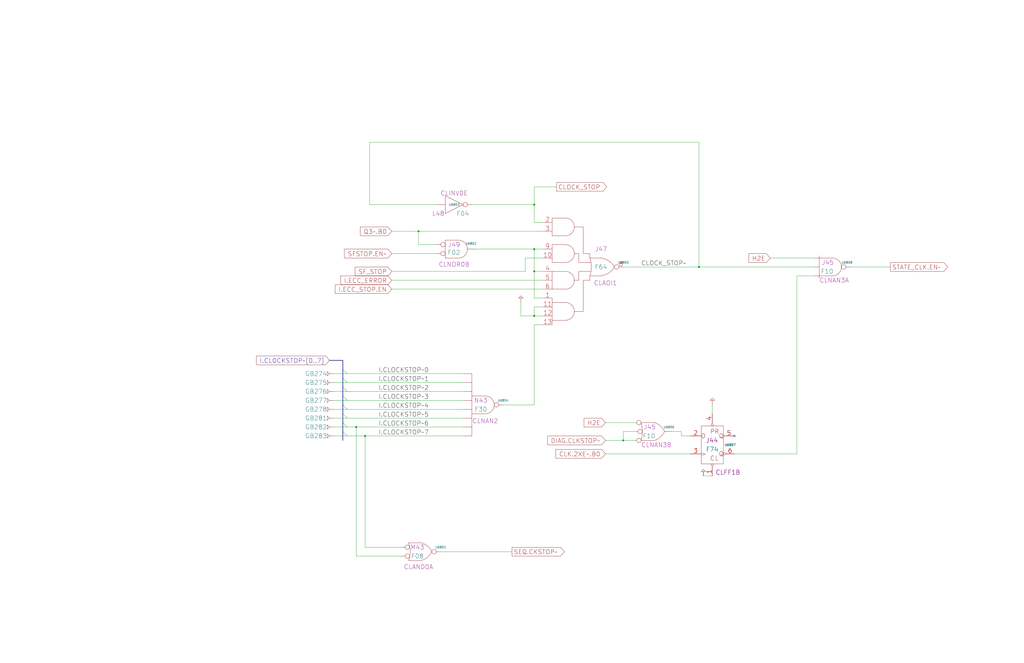
<source format=kicad_sch>
(kicad_sch (version 20250114) (generator "eeschema") (generator_version "9.0")
  (paper "User" 584.2 378.46)
  (title_block (title "CLOCKS\\nSTATE CLOCK ENABLE") (date "22-SEP-90") (rev "2.0") (comment 1 "IOC") (comment 2 "232-003061") (comment 3 "S400") (comment 4 "RELEASED"))
  (lib_symbols
    (symbol "r1000:F02" (pin_numbers (hide yes)) (pin_names (hide yes))
      (property "Reference" "U" (at 12.16 0.635 0))
      (property "Value" "F02" (at -1.27 -4.445 0))
      (property "Location" "___" (at 2.54 0 0))
      (property "Name" "______" (at 2.54 -12.7 0))
      (symbol "F02_0_1"
        (arc (start -3.81 2.54) (mid -2.9847 -2.54) (end -3.81 -7.62) (stroke (width 0.1524)))
        (polyline (pts (xy -5.08 0) (xy -3.175 0)) (stroke (width 0.1524)))
        (polyline (pts (xy -5.08 -5.08) (xy -3.175 -5.08)) (stroke (width 0.1524)))
        (polyline (pts (xy -3.81 2.54) (xy 2.54 2.54)) (stroke (width 0.1524)))
        (polyline (pts (xy -3.81 -7.62) (xy 2.54 -7.62)) (stroke (width 0.1524)))
        (arc (start 2.54 2.54) (mid 6.9477 0.8966) (end 10.16 -2.54) (stroke (width 0.1524)))
        (arc (start 10.16 -2.54) (mid 6.9515 -5.9823) (end 2.54 -7.62) (stroke (width 0.1524)))
        (circle (center 11.43 -2.54) (radius 1.27) (stroke (width 0.1524)))
        (polyline (pts (xy 13.97 -2.54) (xy 12.7 -2.54)) (stroke (width 0.1524)))
      )
      (symbol "F02_0_2"
        (circle (center -3.81 0) (radius 1.27) (stroke (width 0.1524)))
        (circle (center -3.81 -5.08) (radius 1.27) (stroke (width 0.1524)))
        (polyline (pts (xy -2.54 2.54) (xy -2.54 -7.62)) (stroke (width 0.1524)))
        (polyline (pts (xy -2.54 2.54) (xy 5.08 2.54)) (stroke (width 0.1524)))
        (polyline (pts (xy -2.54 -7.62) (xy 5.08 -7.62)) (stroke (width 0.1524)))
        (arc (start 5.08 2.54) (mid 10.1281 -2.54) (end 5.08 -7.62) (stroke (width 0.1524)))
        (polyline (pts (xy 11.43 -2.54) (xy 10.16 -2.54)) (stroke (width 0.1524)))
        (polyline (pts (xy 11.43 -2.54) (xy 12.7 -2.54)) (stroke (width 0.1524)))
      )
      (symbol "F02_1_1"
        (pin input line (at -7.62 0 0) (length 2.54) (name "D0") (number "1"))
        (pin input line (at -7.62 -5.08 0) (length 2.54) (name "D1") (number "2"))
        (pin output line (at 15.24 -2.54 180) (length 1.27) (name "Q") (number "3"))
      )
      (symbol "F02_1_2"
        (pin input line (at -7.62 0 0) (length 2.54) (name "D0") (number "1"))
        (pin input line (at -7.62 -5.08 0) (length 2.54) (name "D1") (number "2"))
        (pin output line (at 15.24 -2.54 180) (length 2.54) (name "Q") (number "3"))
      )
    )
    (symbol "r1000:F04" (pin_numbers (hide yes)) (pin_names (hide yes))
      (property "Reference" "U" (at 0 0 0))
      (property "Value" "F04" (at 1.27 -5.08 0))
      (property "Location" "___" (at -12.7 -5.08 0))
      (property "Name" "______" (at 0 5.08 0))
      (symbol "F04_0_1"
        (polyline (pts (xy -7.62 0) (xy -5.08 0)) (stroke (width 0.1524)))
        (polyline (pts (xy -5.08 5.08) (xy -5.08 -5.08)) (stroke (width 0.1524)))
        (polyline (pts (xy 5.08 0) (xy -5.08 5.08)) (stroke (width 0.1524)))
        (polyline (pts (xy 5.08 0) (xy -5.08 -5.08)) (stroke (width 0.1524)))
        (circle (center 6.35 0) (radius 1.27) (stroke (width 0.1524)))
      )
      (symbol "F04_1_1"
        (pin input line (at -10.16 0 0) (length 2.54) (name "D0") (number "1"))
        (pin output line (at 10.16 0 180) (length 2.54) (name "Q") (number "2"))
      )
    )
    (symbol "r1000:F08" (pin_numbers (hide yes)) (pin_names (hide yes))
      (property "Reference" "U" (at 15.24 0 0))
      (property "Value" "F08" (at 1.905 -5.08 0))
      (property "Location" "___" (at 1.905 0 0))
      (property "Name" "______" (at 2.54 -12.7 0))
      (symbol "F08_0_1"
        (polyline (pts (xy -2.54 2.54) (xy -2.54 -7.62)) (stroke (width 0.1524)))
        (polyline (pts (xy -2.54 2.54) (xy 5.08 2.54)) (stroke (width 0.1524)))
        (polyline (pts (xy -2.54 -7.62) (xy 5.08 -7.62)) (stroke (width 0.1524)))
        (arc (start 5.08 2.54) (mid 10.1281 -2.54) (end 5.08 -7.62) (stroke (width 0.1524)))
      )
      (symbol "F08_0_2"
        (arc (start -3.175 2.54) (mid -2.134 -2.54) (end -3.175 -7.62) (stroke (width 0.1524)))
        (circle (center -3.81 0) (radius 1.27) (stroke (width 0.1524)))
        (circle (center -3.81 -5.08) (radius 1.27) (stroke (width 0.1524)))
        (polyline (pts (xy -3.175 2.54) (xy 3.81 2.54)) (stroke (width 0.1524)))
        (polyline (pts (xy -3.175 -7.62) (xy 3.81 -7.62)) (stroke (width 0.1524)))
        (arc (start 3.81 2.54) (mid 7.5828 0.7472) (end 10.16 -2.54) (stroke (width 0.1524)))
        (arc (start 10.16 -2.54) (mid 7.5855 -5.8306) (end 3.81 -7.62) (stroke (width 0.1524)))
        (circle (center 11.43 -2.54) (radius 1.27) (stroke (width 0.1524)))
      )
      (symbol "F08_1_1"
        (pin input line (at -7.62 0 0) (length 5.08) (name "D0") (number "1"))
        (pin input line (at -7.62 -5.08 0) (length 5.08) (name "D1") (number "2"))
        (pin output line (at 15.24 -2.54 180) (length 5.08) (name "Q") (number "3"))
      )
      (symbol "F08_1_2"
        (pin input line (at -7.62 0 0) (length 2.54) (name "D0") (number "1"))
        (pin input line (at -7.62 -5.08 0) (length 2.54) (name "D1") (number "2"))
        (pin output line (at 15.24 -2.54 180) (length 2.54) (name "Q") (number "3"))
      )
    )
    (symbol "r1000:F10" (pin_numbers (hide yes)) (pin_names (hide yes))
      (property "Reference" "U" (at 13.335 0 0))
      (property "Value" "F10" (at 5.715 -5.08 0))
      (property "Location" "___" (at -1.27 0 0))
      (property "Name" "______" (at -2.54 -10.16 0))
      (symbol "F10_0_1"
        (polyline (pts (xy -2.54 3.81) (xy -2.54 -8.89)) (stroke (width 0.1524)))
        (polyline (pts (xy -2.54 2.54) (xy 5.08 2.54)) (stroke (width 0.1524)))
        (polyline (pts (xy -2.54 -7.62) (xy 5.08 -7.62)) (stroke (width 0.1524)))
        (arc (start 5.08 2.54) (mid 10.1281 -2.54) (end 5.08 -7.62) (stroke (width 0.1524)))
        (circle (center 11.43 -2.54) (radius 1.27) (stroke (width 0.1524)))
      )
      (symbol "F10_0_2"
        (arc (start -2.54 2.54) (mid -1.8195 -2.54) (end -2.54 -7.62) (stroke (width 0.1524)))
        (polyline (pts (xy -4.445 -2.54) (xy -5.08 -2.54)) (stroke (width 0.1524)))
        (circle (center -3.81 2.54) (radius 1.27) (stroke (width 0.1524)))
        (circle (center -3.81 -7.62) (radius 1.27) (stroke (width 0.1524)))
        (circle (center -3.175 -2.54) (radius 1.27) (stroke (width 0.1524)))
        (polyline (pts (xy -2.54 2.54) (xy 5.08 2.54)) (stroke (width 0.1524)))
        (polyline (pts (xy -2.54 -7.62) (xy 5.08 -7.62)) (stroke (width 0.1524)))
        (arc (start 5.08 2.54) (mid 8.4807 0.6111) (end 10.795 -2.54) (stroke (width 0.1524)))
        (arc (start 10.795 -2.54) (mid 8.4844 -5.6952) (end 5.08 -7.62) (stroke (width 0.1524)))
        (polyline (pts (xy 10.795 -2.54) (xy 12.7 -2.54)) (stroke (width 0.1524)))
      )
      (symbol "F10_1_1"
        (pin input line (at -5.08 2.54 0) (length 2.54) (name "D0") (number "1"))
        (pin input line (at -5.08 -2.54 0) (length 2.54) (name "D1") (number "2"))
        (pin input line (at -5.08 -7.62 0) (length 2.54) (name "D2") (number "3"))
        (pin output line (at 15.24 -2.54 180) (length 2.54) (name "Q") (number "4"))
      )
      (symbol "F10_1_2"
        (pin input line (at -5.08 2.54 0) (length 0) (name "D0") (number "1"))
        (pin input line (at -5.08 -2.54 0) (length 0) (name "D1") (number "2"))
        (pin input line (at -5.08 -7.62 0) (length 0) (name "D2") (number "3"))
        (pin output line (at 15.24 -2.54 180) (length 2.54) (name "Q") (number "4"))
      )
    )
    (symbol "r1000:F30" (pin_numbers (hide yes)) (pin_names (hide yes))
      (property "Reference" "U" (at 15.24 2.54 0))
      (property "Value" "F30" (at 2.54 -2.54 0))
      (property "Location" "___" (at 2.54 2.54 0))
      (property "Name" "______" (at 5.08 -10.62 0))
      (symbol "F30_0_0"
        (polyline (pts (xy -2.54 5.08) (xy 5.08 5.08)) (stroke (width 0.1524)))
        (polyline (pts (xy -2.54 -5.08) (xy 5.08 -5.08)) (stroke (width 0.1524)))
        (arc (start 5.08 5.08) (mid 8.6721 3.5921) (end 10.16 0) (stroke (width 0.1524)))
        (arc (start 10.16 0) (mid 8.6721 -3.5921) (end 5.08 -5.08) (stroke (width 0.1524)))
        (circle (center 11.43 0) (radius 1.27) (stroke (width 0.1524)))
      )
      (symbol "F30_0_1"
        (polyline (pts (xy -2.54 17.78) (xy -2.54 17.145)) (stroke (width 0.1524)))
        (polyline (pts (xy -2.54 17.145) (xy -2.54 7.62)) (stroke (width 0.1524)))
        (polyline (pts (xy -2.54 7.62) (xy -2.54 5.08)) (stroke (width 0.1524)))
        (polyline (pts (xy -2.54 5.08) (xy -2.54 -5.08)) (stroke (width 0.1524)))
        (polyline (pts (xy -2.54 -5.08) (xy -2.54 -7.62)) (stroke (width 0.1524)))
        (polyline (pts (xy -2.54 -7.62) (xy -2.54 -17.78)) (stroke (width 0.1524)))
      )
      (symbol "F30_1_1"
        (pin input line (at -7.62 17.78 0) (length 5.08) (name "D0") (number "11"))
        (pin input line (at -7.62 12.7 0) (length 5.08) (name "D1") (number "12"))
        (pin input line (at -7.62 7.62 0) (length 5.08) (name "D2") (number "1"))
        (pin input line (at -7.62 2.54 0) (length 5.08) (name "D3") (number "2"))
        (pin input line (at -7.62 -2.54 0) (length 5.08) (name "D4") (number "3"))
        (pin input line (at -7.62 -7.62 0) (length 5.08) (name "D5") (number "4"))
        (pin input line (at -7.62 -12.7 0) (length 5.08) (name "D6") (number "5"))
        (pin input line (at -7.62 -17.78 0) (length 5.08) (name "D7") (number "6"))
        (pin output line (at 15.24 0 180) (length 2.54) (name "Q") (number "8"))
      )
    )
    (symbol "r1000:F64" (pin_names (hide yes))
      (property "Reference" "U" (at 15.24 2.54 0))
      (property "Value" "F64" (at 2.54 0 0))
      (property "Location" "___" (at 2.54 10.16 0))
      (property "Name" "______" (at 5.08 -10.62 0))
      (symbol "F64_0_0"
        (polyline (pts (xy -25.4 27.94) (xy -17.78 27.94)) (stroke (width 0.1524)))
        (polyline (pts (xy -25.4 17.78) (xy -17.78 17.78)) (stroke (width 0.1524)))
        (polyline (pts (xy -25.4 12.7) (xy -17.78 12.7)) (stroke (width 0.1524)))
        (polyline (pts (xy -25.4 2.54) (xy -17.78 2.54)) (stroke (width 0.1524)))
        (polyline (pts (xy -25.4 -2.54) (xy -17.78 -2.54)) (stroke (width 0.1524)))
        (polyline (pts (xy -25.4 -12.7) (xy -17.78 -12.7)) (stroke (width 0.1524)))
        (polyline (pts (xy -25.4 -20.32) (xy -17.78 -20.32)) (stroke (width 0.1524)))
        (polyline (pts (xy -25.4 -30.48) (xy -17.78 -30.48)) (stroke (width 0.1524)))
        (arc (start -3.8173 5.08) (mid -2.9926 0) (end -3.8173 -5.08) (stroke (width 0.1524)))
        (arc (start -17.78 27.94) (mid -14.1879 26.4521) (end -12.7 22.86) (stroke (width 0.1524)))
        (arc (start -12.7 22.86) (mid -14.1879 19.2679) (end -17.78 17.78) (stroke (width 0.1524)))
        (arc (start -17.78 12.7) (mid -14.1879 11.2121) (end -12.7 7.62) (stroke (width 0.1524)))
        (arc (start -12.7 7.62) (mid -14.1879 4.0279) (end -17.78 2.54) (stroke (width 0.1524)))
        (arc (start -17.78 -2.54) (mid -14.1879 -4.0279) (end -12.7 -7.62) (stroke (width 0.1524)))
        (arc (start -12.7 -7.62) (mid -14.1879 -11.2121) (end -17.78 -12.7) (stroke (width 0.1524)))
        (arc (start -17.78 -20.32) (mid -14.1879 -21.8079) (end -12.7 -25.4) (stroke (width 0.1524)))
        (arc (start -12.7 -25.4) (mid -14.1879 -28.9921) (end -17.78 -30.48) (stroke (width 0.1524)))
        (polyline (pts (xy -3.81 5.08) (xy 2.54 5.08)) (stroke (width 0.1524)))
        (polyline (pts (xy -3.81 -5.08) (xy 2.54 -5.08)) (stroke (width 0.1524)))
        (arc (start 10.16 0) (mid 6.9504 -3.4407) (end 2.54 -5.08) (stroke (width 0.1524)))
        (arc (start 2.54 5.08) (mid 6.9516 3.4424) (end 10.16 0) (stroke (width 0.1524)))
        (circle (center 11.43 0) (radius 1.27) (stroke (width 0.1524)))
      )
      (symbol "F64_0_1"
        (polyline (pts (xy -25.4 27.94) (xy -25.4 17.78)) (stroke (width 0.1524)))
        (polyline (pts (xy -25.4 12.7) (xy -25.4 2.54)) (stroke (width 0.1524)))
        (polyline (pts (xy -25.4 -2.54) (xy -25.4 -12.7)) (stroke (width 0.1524)))
        (polyline (pts (xy -25.4 -17.78) (xy -25.4 -20.32)) (stroke (width 0.1524)))
        (polyline (pts (xy -25.4 -20.32) (xy -25.4 -30.48)) (stroke (width 0.1524)))
        (polyline (pts (xy -25.4 -33.02) (xy -25.4 -30.48)) (stroke (width 0.1524)))
        (polyline (pts (xy -12.7 7.62) (xy -10.16 7.62) (xy -10.16 2.54) (xy -5.08 2.54)) (stroke (width 0.1524)))
        (polyline (pts (xy -12.7 -7.62) (xy -12.7 -7.62)) (stroke (width 0.1524)))
        (polyline (pts (xy -12.7 -7.62) (xy -10.16 -7.62) (xy -10.16 -2.54) (xy -5.08 -2.54)) (stroke (width 0.1524)))
        (polyline (pts (xy -5.08 2.54) (xy -3.175 2.54)) (stroke (width 0.1524)))
        (polyline (pts (xy -5.08 -2.54) (xy -3.175 -2.54)) (stroke (width 0.1524)))
        (polyline (pts (xy -3.81 5.08) (xy -3.81 7.62) (xy -7.62 7.62) (xy -7.62 22.86) (xy -12.7 22.86)) (stroke (width 0.1524)))
        (polyline (pts (xy -3.81 -5.08) (xy -3.81 -7.62) (xy -7.62 -7.62) (xy -7.62 -25.4) (xy -12.7 -25.4)) (stroke (width 0.1524)))
      )
      (symbol "F64_1_1"
        (pin input line (at -30.48 25.4 0) (length 5.08) (name "A0") (number "2"))
        (pin input line (at -30.48 20.32 0) (length 5.08) (name "A1") (number "3"))
        (pin input line (at -30.48 10.16 0) (length 5.08) (name "B0") (number "9"))
        (pin input line (at -30.48 5.08 0) (length 5.08) (name "B1") (number "10"))
        (pin input line (at -30.48 -2.54 0) (length 5.08) (name "C0") (number "4"))
        (pin input line (at -30.48 -7.62 0) (length 5.08) (name "C1") (number "5"))
        (pin input line (at -30.48 -12.7 0) (length 5.08) (name "C2") (number "6"))
        (pin input line (at -30.48 -17.78 0) (length 5.08) (name "D0") (number "1"))
        (pin input line (at -30.48 -22.86 0) (length 5.08) (name "D1") (number "11"))
        (pin input line (at -30.48 -27.94 0) (length 5.08) (name "D2") (number "12"))
        (pin input line (at -30.48 -33.02 0) (length 5.08) (name "D3") (number "13"))
        (pin output line (at 15.24 0 180) (length 2.54) (name "Q") (number "8"))
      )
    )
    (symbol "r1000:F74" (pin_names (offset 1.016) (hide yes))
      (property "Reference" "U" (at 12.7 -2.54 0))
      (property "Value" "F74" (at -1.27 -5.08 0))
      (property "Location" "___" (at -1.27 0 0))
      (property "Name" "______" (at 11.43 -19.685 0))
      (symbol "F74_0_1"
        (rectangle (start -3.81 8.255) (end 8.89 -13.335) (stroke (width 0.1524)))
        (polyline (pts (xy 2.54 10.16) (xy 2.54 9.525)) (stroke (width 0.1524)))
        (polyline (pts (xy 2.54 -15.24) (xy 2.54 -14.605)) (stroke (width 0.1524)))
      )
      (symbol "F74_1_1"
        (circle (center 2.54 8.89) (radius 0.635))
        (circle (center 2.54 -13.97) (radius 0.635))
        (circle (center 9.525 -7.62) (radius 0.635))
        (text "D" (at -2.54 2.54 0) (effects (font (size 2.54 2.54))))
        (text ">" (at -2.54 -7.62 0) (effects (font (size 2.54 2.54))))
        (text "P" (at 2.54 5.08 0) (effects (font (size 2.54 2.54))))
        (text "C" (at 2.54 -10.16 0) (effects (font (size 2.54 2.54))))
        (text "R" (at 5.08 5.08 0) (effects (font (size 2.54 2.54))))
        (text "L" (at 5.08 -10.16 0) (effects (font (size 2.54 2.54))))
        (text "Q" (at 7.62 2.54 0) (effects (font (size 2.54 2.54))))
        (text "Q" (at 7.62 -7.62 0) (effects (font (size 2.54 2.54))))
        (pin input line (at -10.16 2.54 0) (length 6.35) (name "D") (number "2"))
        (pin input line (at -10.16 -7.62 0) (length 6.35) (name "CLK") (number "3"))
        (pin input line (at 2.54 15.24 270) (length 5.08) (name "PR_") (number "4"))
        (pin input line (at 2.54 -20.32 90) (length 5.08) (name "CL_") (number "1"))
        (pin output line (at 15.24 2.54 180) (length 6.35) (name "Q") (number "5"))
        (pin output line (at 15.24 -7.62 180) (length 5.08) (name "Q_") (number "6"))
      )
    )
    (symbol "r1000:GB" (pin_numbers (hide yes)) (pin_names (offset 0) (hide yes))
      (property "Reference" "GB" (at 3.81 0 0))
      (symbol "GB_0_1"
        (polyline (pts (xy 2.54 0) (xy 3.81 1.27) (xy 3.81 -1.27) (xy 2.54 0)) (stroke (width 0.1524)))
      )
      (symbol "GB_1_1"
        (pin bidirectional line (at 0 0 0) (length 2.54) (name "") (number "1"))
      )
    )
    (symbol "r1000:PU" (power) (pin_numbers (hide yes)) (pin_names (hide yes))
      (symbol "PU_0_1"
        (polyline (pts (xy 0 2.54) (xy -1.27 2.54) (xy 0 3.81) (xy 1.27 2.54) (xy 0 2.54)) (stroke (width 0.1524)))
      )
      (symbol "PU_1_1"
        (pin power_in line (at 0 0 90) (length 2.54) (name "PU") (number "1"))
      )
    )
  )
  (junction (at 203.2 243.84))
  (junction (at 304.8 116.84))
  (junction (at 304.8 180.34))
  (junction (at 208.28 248.92))
  (junction (at 355.6 251.46))
  (junction (at 304.8 142.24))
  (junction (at 398.78 152.4))
  (junction (at 238.76 132.08))
  (junction (at 304.8 154.94))
  (no_connect (at 419.1 248.92))
  (bus_entry (at 195.58 246.38) (size 2.54 2.54))
  (bus_entry (at 195.58 210.82) (size 2.54 2.54))
  (bus_entry (at 195.58 220.98) (size 2.54 2.54))
  (bus_entry (at 195.58 241.3) (size 2.54 2.54))
  (bus_entry (at 195.58 226.06) (size 2.54 2.54))
  (bus_entry (at 195.58 236.22) (size 2.54 2.54))
  (bus_entry (at 195.58 215.9) (size 2.54 2.54))
  (bus_entry (at 195.58 231.14) (size 2.54 2.54))
  (wire (pts (xy 299.72 147.32) (xy 299.72 154.94)))
  (wire (pts (xy 208.28 248.92) (xy 264.16 248.92)))
  (wire (pts (xy 304.8 127) (xy 309.88 127)))
  (wire (pts (xy 309.88 180.34) (xy 304.8 180.34)))
  (wire (pts (xy 304.8 180.34) (xy 304.8 175.26)))
  (wire (pts (xy 190.5 233.68) (xy 198.12 233.68)))
  (wire (pts (xy 248.92 139.7) (xy 238.76 139.7)))
  (bus (pts (xy 195.58 226.06) (xy 195.58 231.14)))
  (wire (pts (xy 401.32 271.78) (xy 406.4 271.78)))
  (bus (pts (xy 195.58 210.82) (xy 195.58 215.9)))
  (wire (pts (xy 388.62 246.38) (xy 388.62 248.92)))
  (wire (pts (xy 190.5 213.36) (xy 198.12 213.36)))
  (wire (pts (xy 304.8 231.14) (xy 304.8 185.42)))
  (bus (pts (xy 195.58 231.14) (xy 195.58 236.22)))
  (wire (pts (xy 271.78 142.24) (xy 304.8 142.24)))
  (wire (pts (xy 198.12 223.52) (xy 264.16 223.52)))
  (wire (pts (xy 419.1 259.08) (xy 454.66 259.08)))
  (bus (pts (xy 195.58 241.3) (xy 195.58 246.38)))
  (wire (pts (xy 304.8 154.94) (xy 304.8 142.24)))
  (wire (pts (xy 198.12 218.44) (xy 264.16 218.44)))
  (wire (pts (xy 208.28 312.42) (xy 208.28 248.92)))
  (wire (pts (xy 198.12 243.84) (xy 203.2 243.84)))
  (wire (pts (xy 190.5 243.84) (xy 198.12 243.84)))
  (wire (pts (xy 190.5 238.76) (xy 198.12 238.76)))
  (wire (pts (xy 345.44 259.08) (xy 393.7 259.08)))
  (wire (pts (xy 304.8 175.26) (xy 309.88 175.26)))
  (wire (pts (xy 388.62 248.92) (xy 393.7 248.92)))
  (wire (pts (xy 203.2 243.84) (xy 264.16 243.84)))
  (wire (pts (xy 304.8 180.34) (xy 297.18 180.34)))
  (bus (pts (xy 195.58 220.98) (xy 195.58 226.06)))
  (bus (pts (xy 195.58 215.9) (xy 195.58 220.98)))
  (wire (pts (xy 398.78 81.28) (xy 398.78 152.4)))
  (wire (pts (xy 210.82 81.28) (xy 398.78 81.28)))
  (wire (pts (xy 223.52 165.1) (xy 309.88 165.1)))
  (wire (pts (xy 228.6 312.42) (xy 208.28 312.42)))
  (wire (pts (xy 223.52 132.08) (xy 238.76 132.08)))
  (wire (pts (xy 190.5 248.92) (xy 198.12 248.92)))
  (wire (pts (xy 439.42 147.32) (xy 464.82 147.32)))
  (wire (pts (xy 304.8 154.94) (xy 309.88 154.94)))
  (wire (pts (xy 383.54 246.38) (xy 388.62 246.38)))
  (wire (pts (xy 251.46 314.96) (xy 292.1 314.96)))
  (wire (pts (xy 223.52 160.02) (xy 309.88 160.02)))
  (bus (pts (xy 195.58 246.38) (xy 195.58 251.46)))
  (wire (pts (xy 210.82 116.84) (xy 210.82 81.28)))
  (bus (pts (xy 187.96 205.74) (xy 195.58 205.74)))
  (wire (pts (xy 190.5 223.52) (xy 198.12 223.52)))
  (wire (pts (xy 198.12 238.76) (xy 264.16 238.76)))
  (wire (pts (xy 355.6 251.46) (xy 363.22 251.46)))
  (wire (pts (xy 355.6 152.4) (xy 398.78 152.4)))
  (bus (pts (xy 195.58 205.74) (xy 195.58 210.82)))
  (wire (pts (xy 406.4 231.14) (xy 406.4 236.22)))
  (wire (pts (xy 398.78 152.4) (xy 464.82 152.4)))
  (wire (pts (xy 190.5 218.44) (xy 198.12 218.44)))
  (wire (pts (xy 297.18 172.72) (xy 297.18 180.34)))
  (wire (pts (xy 203.2 317.5) (xy 203.2 243.84)))
  (wire (pts (xy 485.14 152.4) (xy 508 152.4)))
  (wire (pts (xy 309.88 170.18) (xy 304.8 170.18)))
  (wire (pts (xy 198.12 248.92) (xy 208.28 248.92)))
  (wire (pts (xy 228.6 317.5) (xy 203.2 317.5)))
  (wire (pts (xy 269.24 116.84) (xy 304.8 116.84)))
  (wire (pts (xy 223.52 144.78) (xy 248.92 144.78)))
  (wire (pts (xy 190.5 228.6) (xy 198.12 228.6)))
  (wire (pts (xy 355.6 251.46) (xy 345.44 251.46)))
  (wire (pts (xy 198.12 213.36) (xy 264.16 213.36)))
  (wire (pts (xy 363.22 246.38) (xy 355.6 246.38)))
  (wire (pts (xy 238.76 139.7) (xy 238.76 132.08)))
  (wire (pts (xy 317.5 106.68) (xy 304.8 106.68)))
  (wire (pts (xy 238.76 132.08) (xy 309.88 132.08)))
  (wire (pts (xy 304.8 170.18) (xy 304.8 154.94)))
  (wire (pts (xy 299.72 154.94) (xy 223.52 154.94)))
  (wire (pts (xy 304.8 185.42) (xy 309.88 185.42)))
  (wire (pts (xy 355.6 246.38) (xy 355.6 251.46)))
  (wire (pts (xy 309.88 147.32) (xy 299.72 147.32)))
  (wire (pts (xy 345.44 241.3) (xy 363.22 241.3)))
  (wire (pts (xy 287.02 231.14) (xy 304.8 231.14)))
  (wire (pts (xy 454.66 259.08) (xy 454.66 157.48)))
  (wire (pts (xy 304.8 106.68) (xy 304.8 116.84)))
  (wire (pts (xy 198.12 233.68) (xy 264.16 233.68)))
  (wire (pts (xy 454.66 157.48) (xy 464.82 157.48)))
  (wire (pts (xy 304.8 116.84) (xy 304.8 127)))
  (bus (pts (xy 195.58 236.22) (xy 195.58 241.3)))
  (wire (pts (xy 198.12 228.6) (xy 264.16 228.6)))
  (wire (pts (xy 304.8 142.24) (xy 309.88 142.24)))
  (wire (pts (xy 248.92 116.84) (xy 210.82 116.84)))
  (label "I.CLOCKSTOP~0" (at 215.9 213.36 0) (effects (font (size 2.54 2.54))))
  (label "CLOCK_STOP~" (at 365.76 152.4 0) (effects (font (size 2.54 2.54))))
  (label "I.CLOCKSTOP~5" (at 215.9 238.76 0) (effects (font (size 2.54 2.54))))
  (label "I.CLOCKSTOP~4" (at 215.9 233.68 0) (effects (font (size 2.54 2.54))))
  (label "I.CLOCKSTOP~1" (at 215.9 218.44 0) (effects (font (size 2.54 2.54))))
  (label "I.CLOCKSTOP~2" (at 215.9 223.52 0) (effects (font (size 2.54 2.54))))
  (label "I.CLOCKSTOP~3" (at 215.9 228.6 0) (effects (font (size 2.54 2.54))))
  (label "I.CLOCKSTOP~6" (at 215.9 243.84 0) (effects (font (size 2.54 2.54))))
  (label "I.CLOCKSTOP~7" (at 215.9 248.92 0) (effects (font (size 2.54 2.54))))
  (global_label "I.ECC_STOP.EN" (shape input) (at 223.52 165.1 180) (effects (font (size 2.54 2.54))) (property "Intersheetrefs" "${INTERSHEET_REFS}" (at 191.2378 164.9413 0) (effects (font (size 1.905 1.905)) (justify right))))
  (global_label "DIAG.CLKSTOP~" (shape input) (at 345.44 251.46 180) (effects (font (size 2.54 2.54))) (property "Intersheetrefs" "${INTERSHEET_REFS}" (at 312.4321 251.3013 0) (effects (font (size 1.905 1.905)) (justify right))))
  (global_label "STATE_CLK.EN~" (shape output) (at 508 152.4 0) (effects (font (size 2.54 2.54))) (property "Intersheetrefs" "${INTERSHEET_REFS}" (at 540.645 152.2413 0) (effects (font (size 1.905 1.905)) (justify left))))
  (global_label "SF_STOP" (shape input) (at 223.52 154.94 180) (effects (font (size 2.54 2.54))) (property "Intersheetrefs" "${INTERSHEET_REFS}" (at 202.6073 154.7813 0) (effects (font (size 1.905 1.905)) (justify right))))
  (global_label "I.ECC_ERROR" (shape input) (at 223.52 160.02 180) (effects (font (size 2.54 2.54))) (property "Intersheetrefs" "${INTERSHEET_REFS}" (at 194.3826 159.8613 0) (effects (font (size 1.905 1.905)) (justify right))))
  (global_label "Q3~.B0" (shape input) (at 223.52 132.08 180) (effects (font (size 2.54 2.54))) (property "Intersheetrefs" "${INTERSHEET_REFS}" (at 205.6311 131.9213 0) (effects (font (size 1.905 1.905)) (justify right))))
  (global_label "H2E" (shape input) (at 345.44 241.3 180) (effects (font (size 2.54 2.54))) (property "Intersheetrefs" "${INTERSHEET_REFS}" (at 333.2359 241.1413 0) (effects (font (size 1.905 1.905)) (justify right))))
  (global_label "H2E" (shape input) (at 439.42 147.32 180) (effects (font (size 2.54 2.54))) (property "Intersheetrefs" "${INTERSHEET_REFS}" (at 427.2159 147.1613 0) (effects (font (size 1.905 1.905)) (justify right))))
  (global_label "SEQ.CKSTOP~" (shape output) (at 292.1 314.96 0) (effects (font (size 2.54 2.54))) (property "Intersheetrefs" "${INTERSHEET_REFS}" (at 321.9631 314.8013 0) (effects (font (size 1.905 1.905)) (justify left))))
  (global_label "SFSTOP.EN~" (shape input) (at 223.52 144.78 180) (effects (font (size 2.54 2.54))) (property "Intersheetrefs" "${INTERSHEET_REFS}" (at 196.5597 144.6213 0) (effects (font (size 1.905 1.905)) (justify right))))
  (global_label "CLK.2XE~.B0" (shape input) (at 345.44 259.08 180) (effects (font (size 2.54 2.54))) (property "Intersheetrefs" "${INTERSHEET_REFS}" (at 317.1492 258.9213 0) (effects (font (size 1.905 1.905)) (justify right))))
  (global_label "CLOCK_STOP" (shape output) (at 317.5 106.68 0) (effects (font (size 2.54 2.54))) (property "Intersheetrefs" "${INTERSHEET_REFS}" (at 346.1536 106.5213 0) (effects (font (size 1.905 1.905)) (justify left))))
  (global_label "I.CLOCKSTOP~[0..7]" (shape input) (at 187.96 205.74 180) (effects (font (size 2.54 2.54))) (property "Intersheetrefs" "${INTERSHEET_REFS}" (at 146.3645 205.5813 0) (effects (font (size 1.905 1.905)) (justify right))))
  (symbol (lib_id "r1000:PU") (at 406.4 231.14 0) (unit 1)
    (property "Reference" "#PWR06803" (effects (hide yes)))
    (property "Value" "PU" (effects (hide yes)))
  )
  (symbol (lib_id "r1000:GB") (at 190.5 248.92 0) (mirror y) (unit 1)
    (property "Reference" "GB283" (at 186.69 248.92 0) (effects (font (size 2.54 2.54)) (justify left)))
    (property "Value" "GB" (effects (hide yes)))
  )
  (symbol (lib_id "r1000:GB") (at 190.5 233.68 0) (mirror y) (unit 1)
    (property "Reference" "GB278" (at 186.69 233.68 0) (effects (font (size 2.54 2.54)) (justify left)))
    (property "Value" "GB" (effects (hide yes)))
  )
  (symbol (lib_id "r1000:F74") (at 403.86 251.46 0) (unit 1)
    (property "Reference" "U6807" (at 416.56 254 0))
    (property "Value" "F74" (at 402.59 256.54 0) (effects (font (size 2.54 2.54)) (justify left)))
    (property "Location" "J44" (at 402.59 251.46 0) (effects (font (size 2.54 2.54)) (justify left)))
    (property "Name" "CLFF1B" (at 415.29 271.145 0) (effects (font (size 2.54 2.54)) (justify bottom)))
  )
  (symbol (lib_id "r1000:F08") (at 236.22 312.42 0) (unit 1) (convert 2)
    (property "Reference" "U6801" (at 251.46 312.42 0))
    (property "Value" "F08" (at 238.125 317.5 0) (effects (font (size 2.54 2.54))))
    (property "Location" "M43" (at 238.125 312.42 0) (effects (font (size 2.54 2.54))))
    (property "Name" "CLAND0A" (at 238.76 325.12 0) (effects (font (size 2.54 2.54)) (justify bottom)))
  )
  (symbol (lib_id "r1000:GB") (at 190.5 218.44 0) (mirror y) (unit 1)
    (property "Reference" "GB275" (at 186.69 218.44 0) (effects (font (size 2.54 2.54)) (justify left)))
    (property "Value" "GB" (effects (hide yes)))
  )
  (symbol (lib_id "r1000:F30") (at 271.78 231.14 0) (unit 1)
    (property "Reference" "U6804" (at 287.02 228.6 0))
    (property "Value" "F30" (at 274.32 233.68 0) (effects (font (size 2.54 2.54))))
    (property "Location" "N43" (at 274.32 228.6 0) (effects (font (size 2.54 2.54))))
    (property "Name" "CLNAN2" (at 276.86 241.76 0) (effects (font (size 2.54 2.54)) (justify bottom)))
  )
  (symbol (lib_id "r1000:GB") (at 190.5 243.84 0) (mirror y) (unit 1)
    (property "Reference" "GB282" (at 186.69 243.84 0) (effects (font (size 2.54 2.54)) (justify left)))
    (property "Value" "GB" (effects (hide yes)))
  )
  (symbol (lib_id "r1000:F10") (at 368.3 243.84 0) (unit 1) (convert 2)
    (property "Reference" "U6806" (at 381.635 243.84 0))
    (property "Value" "F10" (at 374.015 248.92 0) (effects (font (size 2.54 2.54)) (justify right)))
    (property "Location" "J45" (at 367.03 243.84 0) (effects (font (size 2.54 2.54)) (justify left)))
    (property "Name" "CLNAN3B" (at 365.76 254 0) (effects (font (size 2.54 2.54)) (justify left)))
  )
  (symbol (lib_id "r1000:GB") (at 190.5 238.76 0) (mirror y) (unit 1)
    (property "Reference" "GB281" (at 186.69 238.76 0) (effects (font (size 2.54 2.54)) (justify left)))
    (property "Value" "GB" (effects (hide yes)))
  )
  (symbol (lib_id "r1000:GB") (at 190.5 213.36 0) (mirror y) (unit 1)
    (property "Reference" "GB274" (at 186.69 213.36 0) (effects (font (size 2.54 2.54)) (justify left)))
    (property "Value" "GB" (effects (hide yes)))
  )
  (symbol (lib_id "r1000:F04") (at 259.08 116.84 0) (unit 1)
    (property "Reference" "U6803" (at 259.08 116.84 0))
    (property "Value" "F04" (at 260.35 121.92 0) (effects (font (size 2.54 2.54)) (justify left)))
    (property "Location" "L48" (at 246.38 121.92 0) (effects (font (size 2.54 2.54)) (justify left)))
    (property "Name" "CLINV0E" (at 259.08 111.76 0) (effects (font (size 2.54 2.54)) (justify bottom)))
  )
  (symbol (lib_id "r1000:PU") (at 401.32 271.78 0) (unit 1)
    (property "Reference" "#PWR06802" (effects (hide yes)))
    (property "Value" "PU" (effects (hide yes)))
  )
  (symbol (lib_id "r1000:GB") (at 190.5 223.52 0) (mirror y) (unit 1)
    (property "Reference" "GB276" (at 186.69 223.52 0) (effects (font (size 2.54 2.54)) (justify left)))
    (property "Value" "GB" (effects (hide yes)))
  )
  (symbol (lib_id "r1000:PU") (at 297.18 172.72 0) (unit 1)
    (property "Reference" "#PWR06801" (effects (hide yes)))
    (property "Value" "PU" (effects (hide yes)))
  )
  (symbol (lib_id "r1000:F10") (at 469.9 149.86 0) (unit 1)
    (property "Reference" "U6808" (at 483.235 149.86 0))
    (property "Value" "F10" (at 475.615 154.94 0) (effects (font (size 2.54 2.54)) (justify right)))
    (property "Location" "J45" (at 468.63 149.86 0) (effects (font (size 2.54 2.54)) (justify left)))
    (property "Name" "CLNAN3A" (at 467.36 160.02 0) (effects (font (size 2.54 2.54)) (justify left)))
  )
  (symbol (lib_id "r1000:F02") (at 256.54 139.7 0) (unit 1) (convert 2)
    (property "Reference" "U6802" (at 268.7 139.065 0))
    (property "Value" "F02" (at 255.27 144.145 0) (effects (font (size 2.54 2.54)) (justify left)))
    (property "Location" "J49" (at 259.08 139.7 0) (effects (font (size 2.54 2.54))))
    (property "Name" "CLNOR0B" (at 259.08 152.4 0) (effects (font (size 2.54 2.54)) (justify bottom)))
  )
  (symbol (lib_id "r1000:GB") (at 190.5 228.6 0) (mirror y) (unit 1)
    (property "Reference" "GB277" (at 186.69 228.6 0) (effects (font (size 2.54 2.54)) (justify left)))
    (property "Value" "GB" (effects (hide yes)))
  )
  (symbol (lib_id "r1000:F64") (at 340.36 152.4 0) (unit 1)
    (property "Reference" "U6805" (at 355.6 149.86 0))
    (property "Value" "F64" (at 342.9 152.4 0) (effects (font (size 2.54 2.54))))
    (property "Location" "J47" (at 342.9 142.24 0) (effects (font (size 2.54 2.54))))
    (property "Name" "CLAOI1" (at 345.44 163.02 0) (effects (font (size 2.54 2.54)) (justify bottom)))
  )
)
</source>
